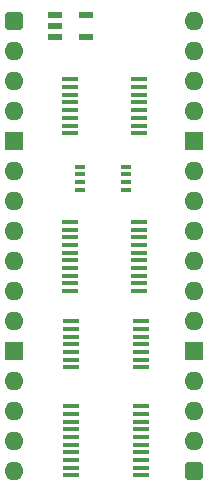
<source format=gts>
%TF.GenerationSoftware,KiCad,Pcbnew,9.0.4*%
%TF.CreationDate,2025-09-19T17:19:59+02:00*%
%TF.ProjectId,Processor Small Device,50726f63-6573-4736-9f72-20536d616c6c,V0*%
%TF.SameCoordinates,Original*%
%TF.FileFunction,Soldermask,Top*%
%TF.FilePolarity,Negative*%
%FSLAX46Y46*%
G04 Gerber Fmt 4.6, Leading zero omitted, Abs format (unit mm)*
G04 Created by KiCad (PCBNEW 9.0.4) date 2025-09-19 17:19:59*
%MOMM*%
%LPD*%
G01*
G04 APERTURE LIST*
G04 Aperture macros list*
%AMRoundRect*
0 Rectangle with rounded corners*
0 $1 Rounding radius*
0 $2 $3 $4 $5 $6 $7 $8 $9 X,Y pos of 4 corners*
0 Add a 4 corners polygon primitive as box body*
4,1,4,$2,$3,$4,$5,$6,$7,$8,$9,$2,$3,0*
0 Add four circle primitives for the rounded corners*
1,1,$1+$1,$2,$3*
1,1,$1+$1,$4,$5*
1,1,$1+$1,$6,$7*
1,1,$1+$1,$8,$9*
0 Add four rect primitives between the rounded corners*
20,1,$1+$1,$2,$3,$4,$5,0*
20,1,$1+$1,$4,$5,$6,$7,0*
20,1,$1+$1,$6,$7,$8,$9,0*
20,1,$1+$1,$8,$9,$2,$3,0*%
G04 Aperture macros list end*
%ADD10R,0.950000X0.450000*%
%ADD11R,1.475000X0.450000*%
%ADD12R,1.150000X0.600000*%
%ADD13RoundRect,0.400000X-0.400000X-0.400000X0.400000X-0.400000X0.400000X0.400000X-0.400000X0.400000X0*%
%ADD14O,1.600000X1.600000*%
%ADD15R,1.600000X1.600000*%
%ADD16R,1.450000X0.450000*%
G04 APERTURE END LIST*
D10*
%TO.C,IC3*%
X5518000Y-12360000D03*
X5518000Y-13010000D03*
X5518000Y-13660000D03*
X5518000Y-14310000D03*
X9468000Y-14310000D03*
X9468000Y-13660000D03*
X9468000Y-13010000D03*
X9468000Y-12360000D03*
%TD*%
D11*
%TO.C,IC2*%
X4826000Y-25437000D03*
X4826000Y-26087000D03*
X4826000Y-26737000D03*
X4826000Y-27387000D03*
X4826000Y-28037000D03*
X4826000Y-28687000D03*
X4826000Y-29337000D03*
X10702000Y-29337000D03*
X10702000Y-28687000D03*
X10702000Y-28037000D03*
X10702000Y-27387000D03*
X10702000Y-26737000D03*
X10702000Y-26087000D03*
X10702000Y-25437000D03*
%TD*%
%TO.C,IC5*%
X4826000Y-32631000D03*
X4826000Y-33281000D03*
X4826000Y-33931000D03*
X4826000Y-34581000D03*
X4826000Y-35231000D03*
X4826000Y-35881000D03*
X4826000Y-36531000D03*
X4826000Y-37181000D03*
X4826000Y-37831000D03*
X4826000Y-38481000D03*
X10702000Y-38481000D03*
X10702000Y-37831000D03*
X10702000Y-37181000D03*
X10702000Y-36531000D03*
X10702000Y-35881000D03*
X10702000Y-35231000D03*
X10702000Y-34581000D03*
X10702000Y-33931000D03*
X10702000Y-33281000D03*
X10702000Y-32631000D03*
%TD*%
D12*
%TO.C,IC6*%
X3429000Y508000D03*
X3429000Y-442000D03*
X3429000Y-1392000D03*
X6029000Y-1392000D03*
X6029000Y508000D03*
%TD*%
D13*
%TO.C,J1*%
X0Y0D03*
D14*
X0Y-2540000D03*
X0Y-5080000D03*
X0Y-7620000D03*
D15*
X0Y-10160000D03*
D14*
X0Y-12700000D03*
X0Y-15240000D03*
X0Y-17780000D03*
X0Y-20320000D03*
X0Y-22860000D03*
X0Y-25400000D03*
D15*
X0Y-27940000D03*
D14*
X0Y-30480000D03*
X0Y-33020000D03*
X0Y-35560000D03*
X0Y-38100000D03*
D13*
X15240000Y-38100000D03*
D14*
X15240000Y-35560000D03*
X15240000Y-33020000D03*
X15240000Y-30480000D03*
D15*
X15240000Y-27940000D03*
D14*
X15240000Y-25400000D03*
X15240000Y-22860000D03*
X15240000Y-20320000D03*
X15240000Y-17780000D03*
X15240000Y-15240000D03*
X15240000Y-12700000D03*
D15*
X15240000Y-10160000D03*
D14*
X15240000Y-7620000D03*
X15240000Y-5080000D03*
X15240000Y-2540000D03*
X15240000Y0D03*
%TD*%
D11*
%TO.C,IC1*%
X4682000Y-17027700D03*
X4682000Y-17677700D03*
X4682000Y-18327700D03*
X4682000Y-18977700D03*
X4682000Y-19627700D03*
X4682000Y-20277700D03*
X4682000Y-20927700D03*
X4682000Y-21577700D03*
X4682000Y-22227700D03*
X4682000Y-22877700D03*
X10558000Y-22877700D03*
X10558000Y-22227700D03*
X10558000Y-21577700D03*
X10558000Y-20927700D03*
X10558000Y-20277700D03*
X10558000Y-19627700D03*
X10558000Y-18977700D03*
X10558000Y-18327700D03*
X10558000Y-17677700D03*
X10558000Y-17027700D03*
%TD*%
D16*
%TO.C,IC4*%
X4695000Y-4964000D03*
X4695000Y-5614000D03*
X4695000Y-6264000D03*
X4695000Y-6914000D03*
X4695000Y-7564000D03*
X4695000Y-8214000D03*
X4695000Y-8864000D03*
X4695000Y-9514000D03*
X10545000Y-9514000D03*
X10545000Y-8864000D03*
X10545000Y-8214000D03*
X10545000Y-7564000D03*
X10545000Y-6914000D03*
X10545000Y-6264000D03*
X10545000Y-5614000D03*
X10545000Y-4964000D03*
%TD*%
M02*

</source>
